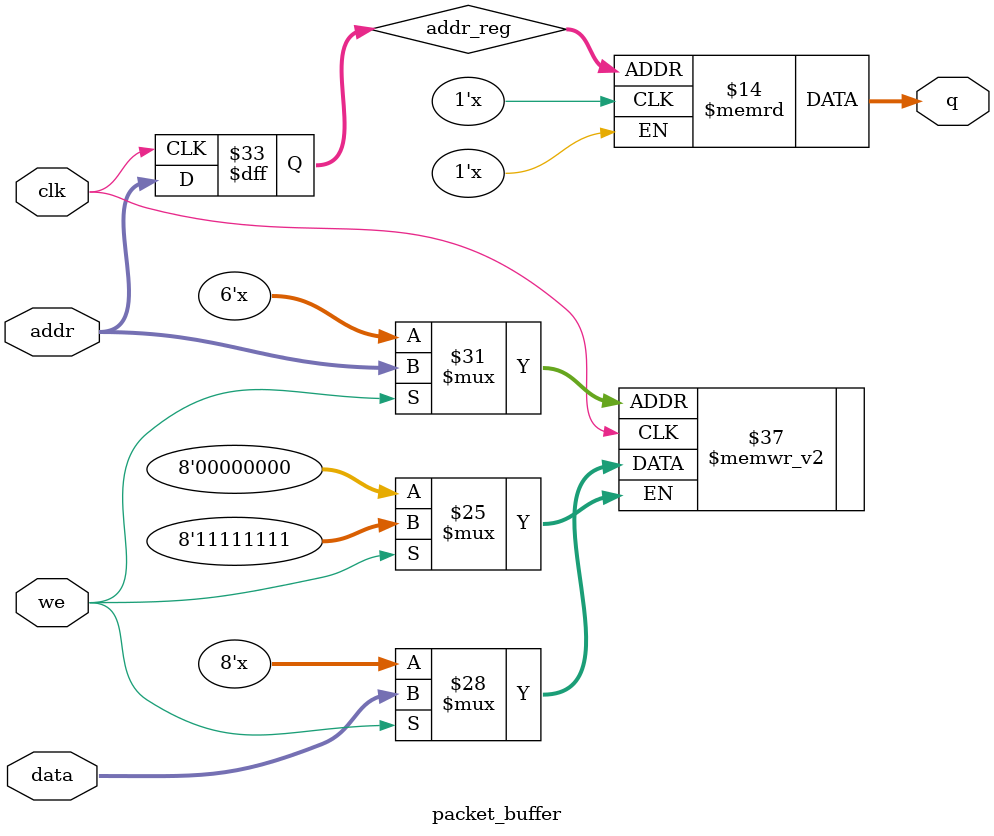
<source format=sv>
`default_nettype none


module packet_buffer 
#(parameter DATA_WIDTH=8, parameter ADDR_WIDTH=6)
(
	input [(DATA_WIDTH-1):0] data,
	input [(ADDR_WIDTH-1):0] addr,
	input we, clk,
	output reg [(DATA_WIDTH-1):0] q
);

	// Declare the RAM variable
	reg [DATA_WIDTH-1:0] mem [(1<<ADDR_WIDTH)-1:0];

	// Variable to hold the registered read address
	reg [ADDR_WIDTH-1:0] addr_reg;
	
	always @ (posedge clk)
	begin
		// Write
		if (we)
			mem[addr] <= data;

		addr_reg <= addr;
	end

	// Continuous assignment implies read returns NEW data.
	// This is the natural behavior of the TriMatrix memory
	// blocks in Single Port mode.  
	
	always_comb begin
		if (addr_reg == 8'd253 || addr_reg == 8'd254)
			q = 8'hFF;
		else if (addr_reg == 8'd255)
			q = 8'h00;
		else
			q = mem[addr_reg];
	end	

endmodule

</source>
